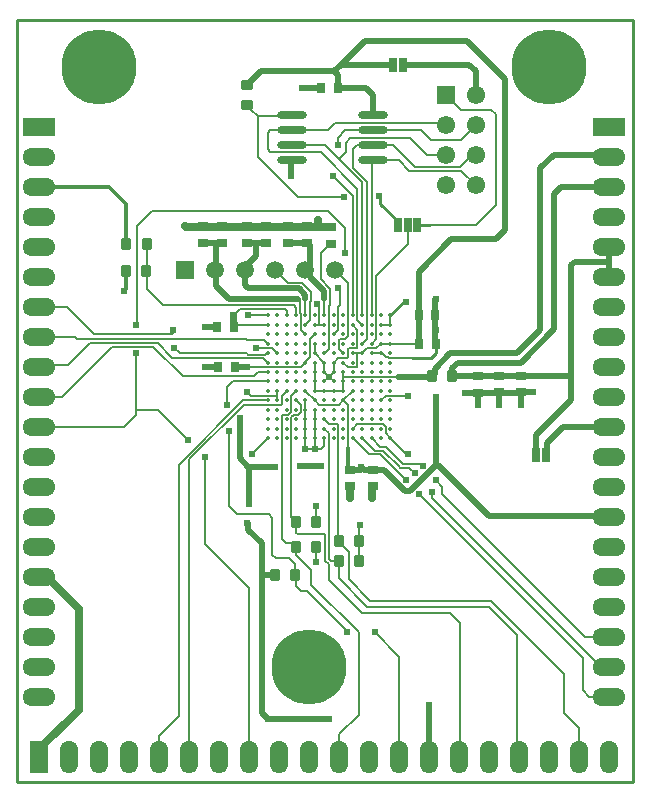
<source format=gtl>
G04*
G04 #@! TF.GenerationSoftware,Altium Limited,Altium Designer,20.0.11 (256)*
G04*
G04 Layer_Physical_Order=1*
G04 Layer_Color=255*
%FSLAX25Y25*%
%MOIN*%
G70*
G01*
G75*
%ADD11C,0.02000*%
%ADD14C,0.01000*%
%ADD19R,0.02500X0.05000*%
G04:AMPARAMS|DCode=20|XSize=39.37mil|YSize=35.43mil|CornerRadius=4.43mil|HoleSize=0mil|Usage=FLASHONLY|Rotation=90.000|XOffset=0mil|YOffset=0mil|HoleType=Round|Shape=RoundedRectangle|*
%AMROUNDEDRECTD20*
21,1,0.03937,0.02657,0,0,90.0*
21,1,0.03051,0.03543,0,0,90.0*
1,1,0.00886,0.01329,0.01526*
1,1,0.00886,0.01329,-0.01526*
1,1,0.00886,-0.01329,-0.01526*
1,1,0.00886,-0.01329,0.01526*
%
%ADD20ROUNDEDRECTD20*%
%ADD21C,0.01378*%
%ADD22O,0.09843X0.02559*%
G04:AMPARAMS|DCode=23|XSize=39.37mil|YSize=35.43mil|CornerRadius=4.43mil|HoleSize=0mil|Usage=FLASHONLY|Rotation=0.000|XOffset=0mil|YOffset=0mil|HoleType=Round|Shape=RoundedRectangle|*
%AMROUNDEDRECTD23*
21,1,0.03937,0.02657,0,0,0.0*
21,1,0.03051,0.03543,0,0,0.0*
1,1,0.00886,0.01526,-0.01329*
1,1,0.00886,-0.01526,-0.01329*
1,1,0.00886,-0.01526,0.01329*
1,1,0.00886,0.01526,0.01329*
%
%ADD23ROUNDEDRECTD23*%
%ADD24R,0.02953X0.03740*%
%ADD25R,0.03740X0.02953*%
%ADD44C,0.00800*%
%ADD45C,0.00600*%
%ADD46C,0.00500*%
%ADD47C,0.02500*%
%ADD48C,0.01200*%
%ADD49C,0.05906*%
%ADD50R,0.05906X0.05906*%
%ADD51C,0.06102*%
%ADD52R,0.06102X0.06102*%
%ADD53C,0.25000*%
%ADD54O,0.11000X0.06000*%
%ADD55R,0.11000X0.06000*%
%ADD56O,0.06000X0.11000*%
%ADD57R,0.06000X0.11000*%
%ADD58C,0.02400*%
D11*
X457500Y155000D02*
Y172421D01*
X457480Y172441D02*
X457500Y172421D01*
X402007Y215786D02*
X405983D01*
X401968Y215748D02*
X402007Y215786D01*
X465155Y281878D02*
X504724D01*
Y273864D02*
Y281878D01*
X493136Y255776D02*
Y262275D01*
X504724Y273864D01*
X496379Y255776D02*
X496629Y256026D01*
Y259607D01*
X502022Y265000D02*
X517500D01*
X496629Y259607D02*
X502022Y265000D01*
X435631Y250649D02*
X442265D01*
X459548Y252307D02*
X460193D01*
X477216Y235284D01*
X517216D01*
X504724Y281878D02*
Y318828D01*
X505896Y320000D02*
X517500D01*
X504724Y318828D02*
X505896Y320000D01*
X459498Y292771D02*
Y302314D01*
X480755Y276442D02*
X487822D01*
X473639D02*
X480755D01*
X411416Y353198D02*
X412041Y353823D01*
X411416Y348724D02*
Y353198D01*
X417716Y314969D02*
Y325518D01*
X422440Y307683D02*
Y310245D01*
X417716Y314969D02*
X422440Y310245D01*
X386220Y326389D02*
X388187D01*
X381888D02*
X386220D01*
Y312014D02*
Y326389D01*
X399605Y326388D02*
X402911D01*
X399213D02*
X399605D01*
X398403D02*
X399213D01*
Y326393D01*
X399605Y322021D02*
Y326388D01*
X395966Y318381D02*
X399605Y322021D01*
X395966Y317324D02*
Y318381D01*
Y312324D02*
Y317324D01*
Y312324D02*
X397140Y311150D01*
X414056D01*
X416141Y309065D01*
X431042Y250649D02*
X434722D01*
X394233Y254682D02*
Y267970D01*
Y254682D02*
X397138Y251777D01*
X397057Y230773D02*
X401575Y226255D01*
Y169699D02*
Y226255D01*
Y169699D02*
X403542Y167732D01*
X397138Y251777D02*
X405966D01*
X397500Y239370D02*
Y251415D01*
X397138Y251777D02*
X397500Y251415D01*
X397057Y230773D02*
Y232793D01*
X396779Y233071D02*
X397057Y232793D01*
X403542Y167732D02*
X424015D01*
X482677Y330709D02*
Y381102D01*
X479528Y327559D02*
X482677Y330709D01*
X464712Y327559D02*
X479528D01*
X470079Y393701D02*
X482677Y381102D01*
X436030Y393701D02*
X470079D01*
X428078Y385749D02*
X436030Y393701D01*
X453937Y316783D02*
X464712Y327559D01*
X453937Y302363D02*
Y316783D01*
X428078Y385749D02*
X445455D01*
X425794Y383465D02*
X428078Y385749D01*
X436415Y377994D02*
X438779Y375630D01*
X472913D02*
Y383465D01*
X448698Y385749D02*
X470629D01*
X472913Y383465D01*
X401266D02*
X425794D01*
X426966Y377994D02*
Y382293D01*
X425794Y383465D02*
X426966Y382293D01*
X396582Y378978D02*
X396779D01*
X401266Y383465D01*
X414969Y377994D02*
X421454D01*
X411614Y353823D02*
X412041D01*
X438779Y368823D02*
Y375630D01*
X426966Y377994D02*
X436415D01*
X517216Y235284D02*
X517500Y235000D01*
X459548Y252307D02*
Y275000D01*
X442265Y250649D02*
X449249Y243665D01*
X450906D02*
X459548Y252307D01*
X449249Y243665D02*
X450906D01*
X434722Y251557D02*
X435631Y250649D01*
X414291Y251969D02*
X421260D01*
X480755Y276442D02*
Y276462D01*
Y272126D02*
Y276442D01*
X473620Y276423D02*
X473639Y276442D01*
X487822D02*
X487841Y276462D01*
X469336Y276423D02*
X473620D01*
X469291Y276378D02*
X469336Y276423D01*
X487841Y276462D02*
X492138D01*
X487841Y272126D02*
Y276462D01*
X473620Y272126D02*
Y276423D01*
X459448Y302363D02*
X459498Y302413D01*
Y307587D01*
X459548Y307636D01*
X459498Y292771D02*
X459548Y292722D01*
X459448Y302363D02*
X459498Y302314D01*
X454036Y292722D02*
Y297446D01*
X454035Y297446D02*
X454036Y297446D01*
X453937Y302363D02*
X453986Y302314D01*
Y297496D02*
Y302314D01*
Y297496D02*
X454035Y297446D01*
X382677Y284847D02*
X387008D01*
X391981Y298748D02*
X392300Y298428D01*
X391981Y298748D02*
Y302363D01*
X382677Y298428D02*
X386788D01*
X392520Y284847D02*
X392673Y285000D01*
X396663D01*
X447500Y155000D02*
X447667Y155167D01*
X514685Y295000D02*
X517500D01*
Y320000D02*
Y325000D01*
Y315000D02*
Y320000D01*
X465155Y281878D02*
Y284634D01*
X466944Y286423D02*
X487841D01*
X465155Y284634D02*
X466944Y286423D01*
X487841D02*
X498937Y297519D01*
Y342520D01*
X501418Y345000D01*
X517500D01*
X516870Y355630D02*
X517500Y355000D01*
X498937Y355630D02*
X516870D01*
X494488Y351181D02*
X498937Y355630D01*
X486614Y289572D02*
X494488Y297446D01*
Y351181D01*
X459234Y284421D02*
X464385Y289572D01*
X486614D01*
X459234Y282649D02*
Y284421D01*
X458462Y281878D02*
X459234Y282649D01*
X458283Y281698D02*
X458462Y281878D01*
X446850Y281698D02*
X458283D01*
X416141Y307683D02*
Y309065D01*
X390598Y307636D02*
X413541D01*
X386220Y312014D02*
X390598Y307636D01*
X396663Y326388D02*
X397057D01*
X397533Y325911D01*
X410234Y326389D02*
X416534D01*
D14*
X456098Y332429D02*
X457626D01*
X455875Y332206D02*
X456098Y332429D01*
X453484Y332206D02*
X455875D01*
X446996D02*
Y333456D01*
X441075Y339377D02*
X446996Y333456D01*
X441075Y339377D02*
Y341614D01*
X440807Y341882D02*
X441075Y341614D01*
X459548Y292722D02*
Y297446D01*
X452124Y288033D02*
X458009D01*
X451813D02*
X452124D01*
X459548Y289572D02*
Y292722D01*
X458009Y288033D02*
X459548Y289572D01*
X444487Y302171D02*
X448891Y306575D01*
X449808D01*
X320000Y146500D02*
X525500D01*
Y400500D01*
X320000D02*
X525500D01*
X320000Y146500D02*
Y400500D01*
D19*
X493136Y255776D02*
D03*
X496379D02*
D03*
X446996Y332206D02*
D03*
X450240D02*
D03*
X453484D02*
D03*
X448698Y385749D02*
D03*
X445455D02*
D03*
D20*
X412984Y224953D02*
D03*
X419676D02*
D03*
X363188Y325888D02*
D03*
X356495D02*
D03*
X356306Y316932D02*
D03*
X362999D02*
D03*
X465155Y281878D02*
D03*
X458462D02*
D03*
X427262Y226900D02*
D03*
X433955D02*
D03*
X433909Y220234D02*
D03*
X427216D02*
D03*
X419831Y233346D02*
D03*
X413138D02*
D03*
X405983Y215786D02*
D03*
X412676D02*
D03*
D21*
X444487Y261226D02*
D03*
X441338D02*
D03*
X438188D02*
D03*
X435038D02*
D03*
X431889D02*
D03*
X428739D02*
D03*
X425590D02*
D03*
X422440D02*
D03*
X419290D02*
D03*
X416141D02*
D03*
X412991D02*
D03*
X409842D02*
D03*
X406692D02*
D03*
X403542D02*
D03*
X444487Y264375D02*
D03*
X441338D02*
D03*
X438188D02*
D03*
X435038D02*
D03*
X431889D02*
D03*
X428739D02*
D03*
X425590D02*
D03*
X422440D02*
D03*
X419290D02*
D03*
X416141D02*
D03*
X412991D02*
D03*
X409842D02*
D03*
X406692D02*
D03*
X403542D02*
D03*
X444487Y267525D02*
D03*
X441338D02*
D03*
X438188D02*
D03*
X435038D02*
D03*
X431889D02*
D03*
X428739D02*
D03*
X425590D02*
D03*
X422440D02*
D03*
X419290D02*
D03*
X416141D02*
D03*
X412991D02*
D03*
X409842D02*
D03*
X406692D02*
D03*
X403542D02*
D03*
X444487Y270675D02*
D03*
X441338D02*
D03*
X438188D02*
D03*
X435038D02*
D03*
X431889D02*
D03*
X428739D02*
D03*
X425590D02*
D03*
X422440D02*
D03*
X419290D02*
D03*
X416141D02*
D03*
X412991D02*
D03*
X409842D02*
D03*
X406692D02*
D03*
X403542D02*
D03*
X444487Y273824D02*
D03*
X441338D02*
D03*
X438188D02*
D03*
X435038D02*
D03*
X431889D02*
D03*
X428739D02*
D03*
X425590D02*
D03*
X422440D02*
D03*
X419290D02*
D03*
X416141D02*
D03*
X412991D02*
D03*
X409842D02*
D03*
X406692D02*
D03*
X403542D02*
D03*
X444487Y276974D02*
D03*
X441338D02*
D03*
X438188D02*
D03*
X435038D02*
D03*
X431889D02*
D03*
X428739D02*
D03*
X425590D02*
D03*
X422440D02*
D03*
X419290D02*
D03*
X416141D02*
D03*
X412991D02*
D03*
X409842D02*
D03*
X406692D02*
D03*
X403542D02*
D03*
X444487Y280123D02*
D03*
X441338D02*
D03*
X438188D02*
D03*
X435038D02*
D03*
X431889D02*
D03*
X428739D02*
D03*
X425590D02*
D03*
X422440D02*
D03*
X419290D02*
D03*
X416141D02*
D03*
X412991D02*
D03*
X409842D02*
D03*
X406692D02*
D03*
X403542D02*
D03*
X444487Y283273D02*
D03*
X441338D02*
D03*
X438188D02*
D03*
X435038D02*
D03*
X431889D02*
D03*
X428739D02*
D03*
X425590D02*
D03*
X422440D02*
D03*
X419290D02*
D03*
X416141D02*
D03*
X412991D02*
D03*
X409842D02*
D03*
X406692D02*
D03*
X403542D02*
D03*
X444487Y286423D02*
D03*
X441338D02*
D03*
X438188D02*
D03*
X435038D02*
D03*
X431889D02*
D03*
X428739D02*
D03*
X425590D02*
D03*
X422440D02*
D03*
X419290D02*
D03*
X416141D02*
D03*
X412991D02*
D03*
X409842D02*
D03*
X406692D02*
D03*
X403542D02*
D03*
X444487Y289572D02*
D03*
X441338D02*
D03*
X438188D02*
D03*
X435038D02*
D03*
X431889D02*
D03*
X428739D02*
D03*
X425590D02*
D03*
X422440D02*
D03*
X419290D02*
D03*
X416141D02*
D03*
X412991D02*
D03*
X409842D02*
D03*
X406692D02*
D03*
X403542D02*
D03*
X444487Y292722D02*
D03*
X441338D02*
D03*
X438188D02*
D03*
X435038D02*
D03*
X431889D02*
D03*
X428739D02*
D03*
X425590D02*
D03*
X422440D02*
D03*
X419290D02*
D03*
X416141D02*
D03*
X412991D02*
D03*
X409842D02*
D03*
X406692D02*
D03*
X403542D02*
D03*
X444487Y295872D02*
D03*
X441338D02*
D03*
X438188D02*
D03*
X435038D02*
D03*
X431889D02*
D03*
X428739D02*
D03*
X425590D02*
D03*
X422440D02*
D03*
X419290D02*
D03*
X416141D02*
D03*
X412991D02*
D03*
X409842D02*
D03*
X406692D02*
D03*
X403542D02*
D03*
X444487Y299021D02*
D03*
X441338D02*
D03*
X438188D02*
D03*
X435038D02*
D03*
X431889D02*
D03*
X428739D02*
D03*
X425590D02*
D03*
X422440D02*
D03*
X419290D02*
D03*
X416141D02*
D03*
X412991D02*
D03*
X409842D02*
D03*
X406692D02*
D03*
X403542D02*
D03*
X444487Y302171D02*
D03*
X441338D02*
D03*
X438188D02*
D03*
X435038D02*
D03*
X431889D02*
D03*
X428739D02*
D03*
X425590D02*
D03*
X422440D02*
D03*
X419290D02*
D03*
X416141D02*
D03*
X412991D02*
D03*
X409842D02*
D03*
X406692D02*
D03*
X403542D02*
D03*
D22*
X411614Y368823D02*
D03*
Y363823D02*
D03*
Y358823D02*
D03*
Y353823D02*
D03*
X438779Y368823D02*
D03*
Y363823D02*
D03*
Y358823D02*
D03*
Y353823D02*
D03*
D23*
X396582Y372285D02*
D03*
Y378978D02*
D03*
D24*
X426966Y377994D02*
D03*
X421454D02*
D03*
X392300Y298428D02*
D03*
X386788D02*
D03*
X387008Y284847D02*
D03*
X392520D02*
D03*
X459448Y302363D02*
D03*
X453937D02*
D03*
X454036Y292722D02*
D03*
X459548D02*
D03*
D25*
X381888Y326389D02*
D03*
Y331901D02*
D03*
X388187Y326389D02*
D03*
Y331901D02*
D03*
X396663Y326388D02*
D03*
Y331899D02*
D03*
X402911Y326388D02*
D03*
Y331899D02*
D03*
X410234Y326389D02*
D03*
Y331901D02*
D03*
X416534Y326389D02*
D03*
Y331901D02*
D03*
X424602Y325982D02*
D03*
Y331493D02*
D03*
X487841Y276462D02*
D03*
Y281974D02*
D03*
X480755Y276462D02*
D03*
Y281974D02*
D03*
X473620Y276423D02*
D03*
Y281934D02*
D03*
X438584Y245276D02*
D03*
Y250788D02*
D03*
X431042Y250649D02*
D03*
Y245137D02*
D03*
D44*
X419685Y224410D02*
X419772Y224322D01*
Y220036D02*
Y224322D01*
X433909Y220234D02*
Y232030D01*
X434311Y232433D01*
X419648Y224925D02*
X419676Y224953D01*
X436672Y205000D02*
X477248D01*
X427216Y214456D02*
X436672Y205000D01*
X427216Y214456D02*
Y220234D01*
X430562Y214253D02*
X437798Y207017D01*
X430562Y214253D02*
Y223402D01*
X427262Y226703D02*
X430562Y223402D01*
X419831Y233346D02*
Y238565D01*
X419775Y238620D02*
X419831Y238565D01*
X486560Y155940D02*
X487500Y155000D01*
X486560Y155940D02*
Y195688D01*
X477248Y205000D02*
X486560Y195688D01*
X502362Y169638D02*
Y182705D01*
X478050Y207017D02*
X502362Y182705D01*
X437798Y207017D02*
X478050D01*
X507500Y155000D02*
Y164500D01*
X502362Y169638D02*
X507500Y164500D01*
X427262Y226703D02*
Y226900D01*
X421260Y314253D02*
Y323033D01*
X424440Y305746D02*
Y311073D01*
X421260Y314253D02*
X424440Y311073D01*
X420829Y304375D02*
Y305333D01*
X420041Y306122D02*
X420829Y305333D01*
X454036Y292722D02*
X454036Y292722D01*
X454035Y292722D02*
X454036Y292722D01*
X422440Y280123D02*
X424015Y281698D01*
X406692Y275399D02*
Y276974D01*
Y273824D02*
Y275399D01*
X424015Y305320D02*
X424440Y305746D01*
X424209Y325982D02*
X424602D01*
X421260Y323033D02*
X424209Y325982D01*
X397057Y302171D02*
X403542D01*
Y302327D01*
X454035Y292722D02*
Y297446D01*
X449212Y292722D02*
X454035D01*
X444487Y261226D02*
X449808Y255906D01*
X450394D01*
X398403Y256087D02*
X403542Y261226D01*
X398403Y255906D02*
Y256087D01*
X419290Y257480D02*
X421260D01*
X416141D02*
X419290D01*
X422440Y258660D02*
Y261226D01*
X421260Y257480D02*
X422440Y258660D01*
X419290Y267525D02*
Y270675D01*
Y264375D02*
Y267525D01*
Y261226D02*
Y264375D01*
Y257480D02*
Y261226D01*
X416141Y270675D02*
Y273824D01*
Y267525D02*
Y270675D01*
Y264375D02*
Y267525D01*
Y261226D02*
Y264375D01*
Y257480D02*
Y261226D01*
X419290Y289572D02*
Y292722D01*
Y289572D02*
X422440Y286423D01*
Y283273D02*
X424015Y281698D01*
X425590Y283273D01*
X422440D02*
Y286423D01*
X425590Y283273D02*
Y286423D01*
X424015Y281698D02*
X425590Y280123D01*
D45*
X418110Y212228D02*
Y217422D01*
X412984Y224953D02*
X413096Y224840D01*
Y222436D02*
X418110Y217422D01*
X413096Y222436D02*
Y224840D01*
X418110Y212228D02*
X433835Y196503D01*
X390551Y238583D02*
Y263779D01*
X412927Y212048D02*
Y216207D01*
X412676Y216458D02*
X412927Y216207D01*
X412598Y216535D02*
X412676Y216458D01*
Y219214D01*
Y215786D02*
Y216458D01*
X393307Y235827D02*
X403937D01*
X390551Y238583D02*
X393307Y235827D01*
X405118Y222441D02*
Y234646D01*
X403937Y235827D02*
X405118Y234646D01*
Y222441D02*
X406299Y221260D01*
X410630D01*
X412676Y219214D01*
X433835Y168835D02*
Y196503D01*
X430068Y196701D02*
Y196810D01*
X414665Y210310D02*
X416568D01*
X430068Y196810D01*
X447500Y155000D02*
Y188372D01*
X439347Y196525D02*
X447500Y188372D01*
X412927Y212048D02*
X414665Y210310D01*
X427500Y155000D02*
Y162500D01*
X433835Y168835D01*
X424015Y214006D02*
Y219179D01*
X422463Y229345D02*
X422815Y228993D01*
Y220379D02*
X424015Y219179D01*
Y214006D02*
X435038Y202983D01*
X413541Y229345D02*
X422463D01*
X422815Y220379D02*
Y228993D01*
X467500Y155000D02*
X467714Y155214D01*
Y199490D01*
X435038Y202983D02*
X464221D01*
X467714Y199490D01*
X413138Y229748D02*
Y233346D01*
Y229748D02*
X413541Y229345D01*
X424657Y220234D02*
X427216D01*
X424015Y220876D02*
Y226770D01*
Y220876D02*
X424657Y220234D01*
X510827Y175000D02*
X517500D01*
X508661Y177165D02*
Y187894D01*
X454035Y242520D02*
X508661Y187894D01*
Y177165D02*
X510827Y175000D01*
X359841Y299210D02*
Y331804D01*
X365045Y337008D01*
X423707D01*
X432086Y357678D02*
X433231Y358823D01*
X432086Y351181D02*
Y357678D01*
Y351181D02*
X436613Y346654D01*
X429549Y359753D02*
X431118Y361323D01*
X429549Y356597D02*
Y359753D01*
X427261Y354309D02*
X429549Y356597D01*
X431118Y361323D02*
X451121D01*
X427261Y354309D02*
X435038Y346532D01*
X426871Y354698D02*
X427261Y354309D01*
X422747Y358823D02*
X427261Y354309D01*
X421281Y356583D02*
X433463Y344401D01*
X404439Y356583D02*
X421281D01*
X403542Y357480D02*
X404439Y356583D01*
X404339Y363823D02*
X411614D01*
X403542Y363026D02*
X404339Y363823D01*
X403542Y357480D02*
Y363026D01*
X478114Y370705D02*
X479528Y369291D01*
X467839Y370705D02*
X478114D01*
X462913Y375630D02*
X467839Y370705D01*
X479528Y339098D02*
Y369291D01*
X472859Y332429D02*
X479528Y339098D01*
X458104Y332429D02*
X472859D01*
X389987Y278130D02*
X391981Y280123D01*
X389987Y272332D02*
Y278130D01*
Y272332D02*
X390114Y272205D01*
X377500Y254207D02*
X395507Y272214D01*
X377500Y155000D02*
Y254207D01*
X395507Y272214D02*
X395668D01*
X374016Y252419D02*
X395421Y273824D01*
X395668D01*
X374016Y168504D02*
Y252419D01*
X439763Y308470D02*
Y315439D01*
X450258Y325933D02*
Y331151D01*
X439763Y315439D02*
X450258Y325933D01*
X328177Y285677D02*
X337050D01*
X344286Y292913D02*
X366929D01*
X337050Y285677D02*
X344286Y292913D01*
X429372Y322835D02*
Y331344D01*
X423707Y337008D02*
X429372Y331344D01*
X431889Y308470D02*
Y342032D01*
X425196Y348724D02*
X431889Y342032D01*
X359652Y270675D02*
Y289713D01*
Y269100D02*
Y270675D01*
X367121D02*
X377165Y260630D01*
X359652Y270675D02*
X367121D01*
X382677Y225984D02*
Y255000D01*
X397500Y155000D02*
Y211161D01*
X382677Y225984D02*
X397500Y211161D01*
X327500Y265000D02*
X355552D01*
X359652Y269100D01*
X327500Y285000D02*
X328177Y285677D01*
X371809Y288033D02*
X395966D01*
X366929Y292913D02*
X371809Y288033D01*
X359652Y299022D02*
X359841Y299210D01*
X372095Y296397D02*
Y297446D01*
X374206Y289572D02*
X395668D01*
X372441Y291337D02*
X374206Y289572D01*
X340158Y294297D02*
X396432D01*
X339454Y295000D02*
X340158Y294297D01*
X327500Y295000D02*
X339454D01*
X371569Y295872D02*
X372095Y296397D01*
X345669Y295872D02*
X371569D01*
X438188Y308470D02*
Y353232D01*
X438779Y353823D01*
X411266Y368475D02*
X411614Y368823D01*
X400393Y368475D02*
X411266D01*
X396582Y372285D02*
X396702D01*
X398163Y370824D01*
Y370705D02*
Y370824D01*
Y370705D02*
X400393Y368475D01*
Y355000D02*
Y368475D01*
X413660Y341732D02*
X429134D01*
X400393Y355000D02*
X413660Y341732D01*
X472913Y345630D02*
X472913D01*
X450675Y350394D02*
X468150D01*
X472913Y345630D01*
X452504Y351594D02*
X467698D01*
X471735Y355630D01*
X472913D01*
X438779Y353823D02*
X447246D01*
X450675Y350394D01*
X445275Y358823D02*
X452504Y351594D01*
X433231Y358823D02*
X438779D01*
X445275D01*
X426871D02*
Y361323D01*
X451121D02*
X456813Y355630D01*
X462913D01*
X467913Y360630D02*
X472913Y365630D01*
X457913Y360630D02*
X467913D01*
X454721Y363823D02*
X457913Y360630D01*
X438779Y363823D02*
X454721D01*
X462402Y366142D02*
X462913Y365630D01*
X425984Y366142D02*
X462402D01*
X411614Y363823D02*
X423665D01*
X425984Y366142D01*
X429372Y363823D02*
X438779D01*
X426871Y361323D02*
X429372Y363823D01*
X433463Y308470D02*
Y344401D01*
X411614Y358823D02*
X422747D01*
X436613Y308470D02*
Y346654D01*
X435038Y308470D02*
Y346532D01*
X509329Y195000D02*
X517500D01*
X461809Y242520D02*
X509329Y195000D01*
X459548Y247256D02*
X461809Y244994D01*
Y242520D02*
Y244994D01*
X458268Y243307D02*
X458419Y243156D01*
Y241207D02*
Y243156D01*
Y241207D02*
X514626Y185000D01*
X517500D01*
X447618Y251377D02*
X450784D01*
X452677Y249483D01*
X448818Y252577D02*
X454218D01*
X454795Y252000D01*
X455282D01*
X449593Y247256D02*
X449617D01*
X440957Y255892D02*
X449593Y247256D01*
X437223Y255892D02*
X440957D01*
X443102Y258292D02*
X448818Y252577D01*
X441122Y258292D02*
X443102D01*
X447618Y251377D02*
Y251488D01*
X442014Y257092D02*
X447618Y251488D01*
X431889Y261226D02*
X437223Y255892D01*
X439172Y257092D02*
X442014D01*
X435038Y261226D02*
X439172Y257092D01*
X438188Y261226D02*
X441122Y258292D01*
X397057Y281878D02*
X398997D01*
X400393Y283273D01*
X385966Y281894D02*
X397041D01*
X397057Y281878D01*
X336541Y305000D02*
X345669Y295872D01*
X327500Y305000D02*
X336541D01*
X391981Y280123D02*
X395668D01*
X367500Y155000D02*
Y161988D01*
X374016Y168504D01*
X416141Y276974D02*
X419290Y273824D01*
X416141Y276974D02*
X416141D01*
D46*
X427164Y225984D02*
Y265657D01*
X424015Y226770D02*
Y262801D01*
X422440Y264375D02*
X424015Y262801D01*
X411708Y226228D02*
X412984Y224953D01*
X409739Y226228D02*
X411708D01*
X408267Y227701D02*
X409739Y226228D01*
X411380Y235103D02*
Y236183D01*
X413138Y233346D02*
Y233439D01*
X411473Y235103D02*
X413138Y233439D01*
X411380Y235103D02*
X411473D01*
X411380Y236183D02*
X411416Y236219D01*
X422234Y289577D02*
X422648D01*
X417716Y306641D02*
X417991Y306916D01*
X417716Y300596D02*
Y306641D01*
X417991Y306916D02*
Y310000D01*
X414991Y313000D02*
X417991Y310000D01*
X410290Y313000D02*
X414991D01*
X405966Y317324D02*
X410290Y313000D01*
X392893Y299021D02*
Y303048D01*
X339454Y279454D02*
Y279454D01*
X351763Y291763D02*
X365354D01*
X339454Y279454D02*
X351763Y291763D01*
X335000Y275000D02*
X339454Y279454D01*
X327500Y275000D02*
X335000D01*
X375224Y281894D02*
X385966D01*
X365354Y291763D02*
X375224Y281894D01*
X427725Y294333D02*
X429377D01*
X427200Y290944D02*
Y293807D01*
X427725Y294333D01*
X425966Y317324D02*
X430314Y312976D01*
Y295270D02*
Y312976D01*
X396432Y294297D02*
X396714Y294015D01*
X402250D02*
X403542Y292722D01*
X396714Y294015D02*
X402250D01*
X397138Y289097D02*
X402830D01*
X396683Y287997D02*
X401968D01*
X396663Y289572D02*
X397138Y289097D01*
X399605Y291147D02*
X405117D01*
X395966Y288033D02*
X396646D01*
X396683Y287997D01*
X401968D02*
X403542Y286423D01*
X402830Y289097D02*
X403305Y289572D01*
X403542D01*
X395668D02*
X396663D01*
X405117Y291147D02*
X406692Y289572D01*
X433464D02*
X435038D01*
X431889D02*
X433464D01*
X430315Y284847D02*
X433170D01*
X433463Y285140D01*
Y289572D01*
X433464Y289572D01*
X428739Y286423D02*
X430315Y284847D01*
X430314Y290854D02*
X430607Y291147D01*
X430314Y288296D02*
Y290854D01*
X433463Y291147D02*
Y297447D01*
X430607Y291147D02*
X433463D01*
X429980Y287962D02*
X430314Y288296D01*
X425590Y286423D02*
X427129Y287962D01*
X429980D01*
X429377Y294333D02*
X430314Y295270D01*
X428572Y289572D02*
X428739D01*
X427200Y290944D02*
X428572Y289572D01*
X431889Y299021D02*
X433463Y297447D01*
X442912Y262801D02*
X444487Y261226D01*
X442912Y262801D02*
Y265016D01*
X433428Y265915D02*
X442014D01*
X442912Y265016D01*
X431889Y264375D02*
X433428Y265915D01*
X422440Y267525D02*
X424015Y265950D01*
X422440Y264375D02*
X422440D01*
X428739Y273824D02*
X430314Y272250D01*
X424015Y265950D02*
X426871D01*
X427164Y265657D01*
X430314Y258076D02*
Y272250D01*
X422440Y267525D02*
X422440D01*
X396779Y276462D02*
X397842Y275399D01*
X406692D01*
X400393Y283273D02*
X403542D01*
X395668Y280123D02*
X403542D01*
X408267Y227701D02*
Y268807D01*
X411416Y236219D02*
Y268217D01*
X413761Y269100D02*
X414566Y269905D01*
X411416Y268217D02*
X412299Y269100D01*
X413761D01*
X419290Y299021D02*
X420829D01*
X422440D01*
X420829D02*
Y304375D01*
X422648Y289577D02*
X424015Y290944D01*
X422047Y289764D02*
X422234Y289577D01*
X424015Y290944D02*
Y305320D01*
X363188Y318505D02*
Y325888D01*
Y311044D02*
Y318505D01*
Y311044D02*
X368757Y305475D01*
X392893Y303048D02*
X394220Y304375D01*
X409185D02*
X409842Y303718D01*
X394220Y304375D02*
X409185D01*
X368757Y305475D02*
X412299D01*
X409842Y302171D02*
Y303718D01*
X412991Y302171D02*
Y304784D01*
X412299Y305475D02*
X412991Y304784D01*
X443850Y288033D02*
X451813D01*
X451968Y288189D02*
X452124Y288033D01*
X444487Y292722D02*
X449212D01*
X442912Y288189D02*
X443694D01*
X443850Y288033D01*
X451813D02*
X451968Y288189D01*
X441338Y289572D02*
X441529D01*
X442912Y288189D01*
X438188Y289572D02*
X441338D01*
Y273824D02*
X442912Y275399D01*
X450394D01*
X392300Y298428D02*
X392893Y299021D01*
X403542D01*
X417716Y294297D02*
X419290Y295872D01*
X417716Y288189D02*
Y294297D01*
X416141Y299021D02*
Y299022D01*
X417716Y300596D01*
X416141Y286423D02*
Y286614D01*
X417716Y288189D01*
X396663Y285000D02*
X396779Y284884D01*
X414602D01*
X416141Y286423D01*
X428739Y273824D02*
X431889Y276974D01*
X427200Y272285D02*
X428739Y273824D01*
X420829Y272285D02*
X427200D01*
X419290Y273824D02*
X420829Y272285D01*
X427164Y297446D02*
Y305000D01*
X427640Y305475D01*
X427164Y311408D02*
X427528Y311044D01*
Y310277D02*
X427640Y310165D01*
X427528Y310277D02*
Y311044D01*
X427640Y305475D02*
Y310165D01*
X414566Y297446D02*
Y302772D01*
X414291Y303048D02*
X414566Y302772D01*
X414291Y303048D02*
Y307683D01*
X414566Y297446D02*
X416141Y295872D01*
X425590Y295872D02*
X427164Y297446D01*
X428739Y281698D02*
Y283273D01*
Y280123D02*
Y281698D01*
X446850D01*
X422440Y302171D02*
Y307683D01*
X416141Y302171D02*
Y307683D01*
Y295872D02*
Y295872D01*
X395668Y273824D02*
X403542D01*
X408267Y272507D02*
Y275399D01*
X407974Y272214D02*
X408267Y272507D01*
X395668Y272214D02*
X407974D01*
X408267Y275399D02*
X409842Y276974D01*
X408560Y269100D02*
X410443D01*
X408267Y268807D02*
X408560Y269100D01*
X411380Y272214D02*
X411416Y272250D01*
X411380Y270037D02*
Y272214D01*
X410443Y269100D02*
X411380Y270037D01*
X411416Y272250D02*
Y275399D01*
X412991Y276974D01*
X414566Y269905D02*
Y272250D01*
X412991Y273824D02*
X414566Y272250D01*
X416141Y267525D02*
Y267525D01*
X431889Y302171D02*
Y308470D01*
X436613Y294297D02*
Y308470D01*
X435038Y292722D02*
X436613Y294297D01*
X433463Y300596D02*
X435038Y299021D01*
X433463Y300596D02*
Y308470D01*
X435038Y302171D02*
Y308470D01*
X438188Y302171D02*
Y308470D01*
X439763Y294297D02*
Y308470D01*
X438188Y292722D02*
X439763Y294297D01*
X444487Y299021D02*
Y302171D01*
X441338Y299021D02*
X444487D01*
X441338Y292722D02*
X444487D01*
X422440Y276974D02*
X425590D01*
X419290D02*
Y280123D01*
Y283273D01*
Y286423D01*
Y276974D02*
X422440D01*
X425590D02*
X428739D01*
Y280123D01*
X439763Y291147D02*
X441338Y292722D01*
X436613Y291147D02*
X439763D01*
X435038Y289572D02*
X436613Y291147D01*
D47*
X420361Y331493D02*
X424602D01*
X406347D02*
X420361D01*
X392300D02*
X406347D01*
X376373D02*
X392300D01*
X327500Y215000D02*
X330000D01*
X340645Y204355D01*
X327500Y155000D02*
Y157500D01*
X340645Y170645D01*
Y204355D01*
X438414Y245276D02*
X438584D01*
X438188Y245050D02*
X438414Y245276D01*
X438188Y241207D02*
Y245050D01*
X431042Y241207D02*
Y245137D01*
X420361Y331493D02*
Y333860D01*
X406347Y331493D02*
X406548Y331694D01*
X375966Y331901D02*
X376373Y331493D01*
D48*
X356306Y311030D02*
Y316932D01*
X355552Y310277D02*
X356306Y311030D01*
X356495Y325888D02*
Y339215D01*
X350709Y345000D02*
X356495Y339215D01*
X327500Y345000D02*
X350709D01*
X430314Y251377D02*
X431042Y250649D01*
X430314Y251377D02*
Y258076D01*
D49*
X425966Y317324D02*
D03*
X415966D02*
D03*
X405966D02*
D03*
X395966D02*
D03*
X385966D02*
D03*
D50*
X375966D02*
D03*
D51*
X472913Y345630D02*
D03*
X462913D02*
D03*
X472913Y355630D02*
D03*
Y365630D02*
D03*
X462913Y355630D02*
D03*
Y365630D02*
D03*
X472913Y375630D02*
D03*
D52*
X462913D02*
D03*
D53*
X497500Y385000D02*
D03*
X347500D02*
D03*
X417500Y185000D02*
D03*
D54*
X517500Y175000D02*
D03*
Y185000D02*
D03*
Y195000D02*
D03*
Y205000D02*
D03*
Y215000D02*
D03*
Y225000D02*
D03*
Y235000D02*
D03*
Y245000D02*
D03*
Y255000D02*
D03*
Y265000D02*
D03*
Y275000D02*
D03*
Y285000D02*
D03*
Y295000D02*
D03*
Y305000D02*
D03*
Y315000D02*
D03*
Y325000D02*
D03*
Y335000D02*
D03*
Y345000D02*
D03*
Y355000D02*
D03*
X327500Y175000D02*
D03*
Y185000D02*
D03*
Y195000D02*
D03*
Y205000D02*
D03*
Y215000D02*
D03*
Y225000D02*
D03*
Y235000D02*
D03*
Y245000D02*
D03*
Y255000D02*
D03*
Y265000D02*
D03*
Y275000D02*
D03*
Y285000D02*
D03*
Y295000D02*
D03*
Y305000D02*
D03*
Y315000D02*
D03*
Y325000D02*
D03*
Y335000D02*
D03*
Y345000D02*
D03*
Y355000D02*
D03*
D55*
X517500Y365000D02*
D03*
X327500D02*
D03*
D56*
X517500Y155000D02*
D03*
X507500D02*
D03*
X497500D02*
D03*
X487500D02*
D03*
X477500D02*
D03*
X467500D02*
D03*
X457500D02*
D03*
X447500D02*
D03*
X437500D02*
D03*
X427500D02*
D03*
X417500D02*
D03*
X407500D02*
D03*
X397500D02*
D03*
X387500D02*
D03*
X377500D02*
D03*
X367500D02*
D03*
X357500D02*
D03*
X347500D02*
D03*
X337500D02*
D03*
D57*
X327500D02*
D03*
D58*
X419772Y220036D02*
D03*
X457480Y172441D02*
D03*
X434311Y232433D02*
D03*
X439347Y196525D02*
D03*
X430068Y196701D02*
D03*
X419775Y238620D02*
D03*
X411416Y348724D02*
D03*
X420041Y306122D02*
D03*
X394233Y267970D02*
D03*
X438188Y241207D02*
D03*
X431042D02*
D03*
X420361Y333860D02*
D03*
X406548Y331694D02*
D03*
X392300Y331493D02*
D03*
X375966Y331901D02*
D03*
X355552Y310277D02*
D03*
X397500Y239370D02*
D03*
X396779Y233071D02*
D03*
X424015Y167732D02*
D03*
X403542D02*
D03*
X429372Y322835D02*
D03*
X377165Y260630D02*
D03*
X382677Y255000D02*
D03*
X359652Y289713D02*
D03*
Y299022D02*
D03*
X372095Y297446D02*
D03*
X372441Y291337D02*
D03*
X399605Y291147D02*
D03*
X414969Y377994D02*
D03*
X440807Y341882D02*
D03*
X429134Y341732D02*
D03*
X426871Y358823D02*
D03*
X425196Y348724D02*
D03*
X458268Y243307D02*
D03*
X454035Y242520D02*
D03*
X459548Y247256D02*
D03*
X449617D02*
D03*
X455282Y252000D02*
D03*
X452677Y249483D02*
D03*
X434722Y251557D02*
D03*
X414291Y251969D02*
D03*
X421260D02*
D03*
X405966Y251777D02*
D03*
X390114Y272205D02*
D03*
X396779Y276462D02*
D03*
X459548Y275000D02*
D03*
X469291Y276378D02*
D03*
X492138Y276462D02*
D03*
X487841Y272126D02*
D03*
X480755D02*
D03*
X473620D02*
D03*
X459548Y307636D02*
D03*
X424015Y281698D02*
D03*
X382677Y284847D02*
D03*
X396663Y285000D02*
D03*
X391981Y302363D02*
D03*
X382677Y298428D02*
D03*
X390551Y263779D02*
D03*
X459548Y297446D02*
D03*
X449808Y306575D02*
D03*
X454035Y297446D02*
D03*
X450394Y275399D02*
D03*
Y255906D02*
D03*
X398403D02*
D03*
X397057Y302171D02*
D03*
X419290Y257480D02*
D03*
X416141D02*
D03*
X427164Y311408D02*
D03*
M02*

</source>
